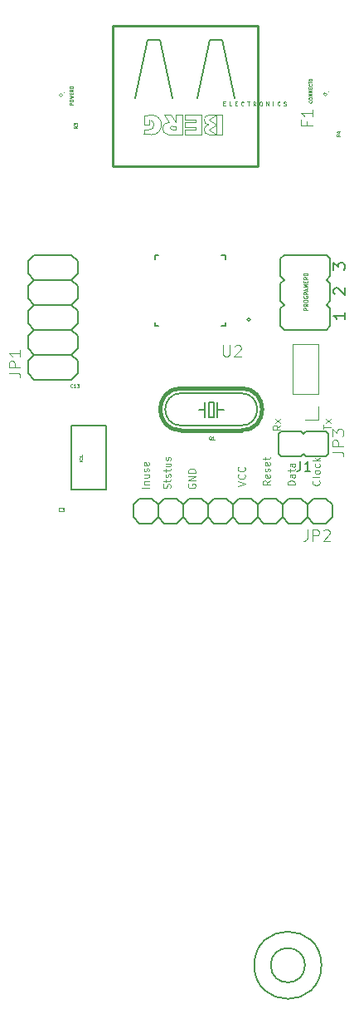
<source format=gbr>
%TF.GenerationSoftware,KiCad,Pcbnew,7.0.9*%
%TF.CreationDate,2024-03-16T10:18:14+00:00*%
%TF.ProjectId,wmk,776d6b2e-6b69-4636-9164-5f7063625858,rev?*%
%TF.SameCoordinates,Original*%
%TF.FileFunction,Legend,Top*%
%TF.FilePolarity,Positive*%
%FSLAX46Y46*%
G04 Gerber Fmt 4.6, Leading zero omitted, Abs format (unit mm)*
G04 Created by KiCad (PCBNEW 7.0.9) date 2024-03-16 10:18:14*
%MOMM*%
%LPD*%
G01*
G04 APERTURE LIST*
%ADD10C,0.065024*%
%ADD11C,0.114300*%
%ADD12C,0.098425*%
%ADD13C,0.127000*%
%ADD14C,0.083185*%
%ADD15C,0.032512*%
%ADD16C,0.093472*%
%ADD17C,0.150000*%
%ADD18C,0.084138*%
%ADD19C,0.152400*%
%ADD20C,0.254000*%
%ADD21C,0.050800*%
%ADD22C,0.203200*%
%ADD23C,0.063400*%
%ADD24C,0.125000*%
%ADD25C,0.120000*%
%ADD26C,0.200000*%
%ADD27C,0.406400*%
G04 APERTURE END LIST*
D10*
X162196088Y-100141679D02*
X162231697Y-100177287D01*
X162231697Y-100177287D02*
X162267305Y-100284113D01*
X162267305Y-100284113D02*
X162267305Y-100355329D01*
X162267305Y-100355329D02*
X162231697Y-100462154D01*
X162231697Y-100462154D02*
X162160480Y-100533371D01*
X162160480Y-100533371D02*
X162089263Y-100568980D01*
X162089263Y-100568980D02*
X161946829Y-100604588D01*
X161946829Y-100604588D02*
X161840004Y-100604588D01*
X161840004Y-100604588D02*
X161697571Y-100568980D01*
X161697571Y-100568980D02*
X161626354Y-100533371D01*
X161626354Y-100533371D02*
X161555137Y-100462154D01*
X161555137Y-100462154D02*
X161519529Y-100355329D01*
X161519529Y-100355329D02*
X161519529Y-100284113D01*
X161519529Y-100284113D02*
X161555137Y-100177287D01*
X161555137Y-100177287D02*
X161590746Y-100141679D01*
X162267305Y-99714378D02*
X162231697Y-99785595D01*
X162231697Y-99785595D02*
X162160480Y-99821204D01*
X162160480Y-99821204D02*
X161519529Y-99821204D01*
X162267305Y-99322686D02*
X162231697Y-99393903D01*
X162231697Y-99393903D02*
X162196088Y-99429512D01*
X162196088Y-99429512D02*
X162124871Y-99465120D01*
X162124871Y-99465120D02*
X161911221Y-99465120D01*
X161911221Y-99465120D02*
X161840004Y-99429512D01*
X161840004Y-99429512D02*
X161804396Y-99393903D01*
X161804396Y-99393903D02*
X161768788Y-99322686D01*
X161768788Y-99322686D02*
X161768788Y-99215861D01*
X161768788Y-99215861D02*
X161804396Y-99144645D01*
X161804396Y-99144645D02*
X161840004Y-99109036D01*
X161840004Y-99109036D02*
X161911221Y-99073428D01*
X161911221Y-99073428D02*
X162124871Y-99073428D01*
X162124871Y-99073428D02*
X162196088Y-99109036D01*
X162196088Y-99109036D02*
X162231697Y-99144645D01*
X162231697Y-99144645D02*
X162267305Y-99215861D01*
X162267305Y-99215861D02*
X162267305Y-99322686D01*
X162231697Y-98432477D02*
X162267305Y-98503694D01*
X162267305Y-98503694D02*
X162267305Y-98646127D01*
X162267305Y-98646127D02*
X162231697Y-98717344D01*
X162231697Y-98717344D02*
X162196088Y-98752953D01*
X162196088Y-98752953D02*
X162124871Y-98788561D01*
X162124871Y-98788561D02*
X161911221Y-98788561D01*
X161911221Y-98788561D02*
X161840004Y-98752953D01*
X161840004Y-98752953D02*
X161804396Y-98717344D01*
X161804396Y-98717344D02*
X161768788Y-98646127D01*
X161768788Y-98646127D02*
X161768788Y-98503694D01*
X161768788Y-98503694D02*
X161804396Y-98432477D01*
X162267305Y-98112002D02*
X161519529Y-98112002D01*
X161982438Y-98040785D02*
X162267305Y-97827135D01*
X161768788Y-97827135D02*
X162053655Y-98112002D01*
X146991697Y-100922088D02*
X147027305Y-100815263D01*
X147027305Y-100815263D02*
X147027305Y-100637221D01*
X147027305Y-100637221D02*
X146991697Y-100566004D01*
X146991697Y-100566004D02*
X146956088Y-100530396D01*
X146956088Y-100530396D02*
X146884871Y-100494787D01*
X146884871Y-100494787D02*
X146813655Y-100494787D01*
X146813655Y-100494787D02*
X146742438Y-100530396D01*
X146742438Y-100530396D02*
X146706829Y-100566004D01*
X146706829Y-100566004D02*
X146671221Y-100637221D01*
X146671221Y-100637221D02*
X146635613Y-100779654D01*
X146635613Y-100779654D02*
X146600004Y-100850871D01*
X146600004Y-100850871D02*
X146564396Y-100886480D01*
X146564396Y-100886480D02*
X146493179Y-100922088D01*
X146493179Y-100922088D02*
X146421962Y-100922088D01*
X146421962Y-100922088D02*
X146350746Y-100886480D01*
X146350746Y-100886480D02*
X146315137Y-100850871D01*
X146315137Y-100850871D02*
X146279529Y-100779654D01*
X146279529Y-100779654D02*
X146279529Y-100601613D01*
X146279529Y-100601613D02*
X146315137Y-100494787D01*
X146528788Y-100281137D02*
X146528788Y-99996270D01*
X146279529Y-100174312D02*
X146920480Y-100174312D01*
X146920480Y-100174312D02*
X146991697Y-100138703D01*
X146991697Y-100138703D02*
X147027305Y-100067486D01*
X147027305Y-100067486D02*
X147027305Y-99996270D01*
X146991697Y-99782619D02*
X147027305Y-99711402D01*
X147027305Y-99711402D02*
X147027305Y-99568969D01*
X147027305Y-99568969D02*
X146991697Y-99497752D01*
X146991697Y-99497752D02*
X146920480Y-99462144D01*
X146920480Y-99462144D02*
X146884871Y-99462144D01*
X146884871Y-99462144D02*
X146813655Y-99497752D01*
X146813655Y-99497752D02*
X146778046Y-99568969D01*
X146778046Y-99568969D02*
X146778046Y-99675794D01*
X146778046Y-99675794D02*
X146742438Y-99747011D01*
X146742438Y-99747011D02*
X146671221Y-99782619D01*
X146671221Y-99782619D02*
X146635613Y-99782619D01*
X146635613Y-99782619D02*
X146564396Y-99747011D01*
X146564396Y-99747011D02*
X146528788Y-99675794D01*
X146528788Y-99675794D02*
X146528788Y-99568969D01*
X146528788Y-99568969D02*
X146564396Y-99497752D01*
X146528788Y-99248494D02*
X146528788Y-98963627D01*
X146279529Y-99141669D02*
X146920480Y-99141669D01*
X146920480Y-99141669D02*
X146991697Y-99106060D01*
X146991697Y-99106060D02*
X147027305Y-99034843D01*
X147027305Y-99034843D02*
X147027305Y-98963627D01*
X146528788Y-98393892D02*
X147027305Y-98393892D01*
X146528788Y-98714368D02*
X146920480Y-98714368D01*
X146920480Y-98714368D02*
X146991697Y-98678759D01*
X146991697Y-98678759D02*
X147027305Y-98607542D01*
X147027305Y-98607542D02*
X147027305Y-98500717D01*
X147027305Y-98500717D02*
X146991697Y-98429501D01*
X146991697Y-98429501D02*
X146956088Y-98393892D01*
X146991697Y-98073417D02*
X147027305Y-98002200D01*
X147027305Y-98002200D02*
X147027305Y-97859767D01*
X147027305Y-97859767D02*
X146991697Y-97788550D01*
X146991697Y-97788550D02*
X146920480Y-97752942D01*
X146920480Y-97752942D02*
X146884871Y-97752942D01*
X146884871Y-97752942D02*
X146813655Y-97788550D01*
X146813655Y-97788550D02*
X146778046Y-97859767D01*
X146778046Y-97859767D02*
X146778046Y-97966592D01*
X146778046Y-97966592D02*
X146742438Y-98037809D01*
X146742438Y-98037809D02*
X146671221Y-98073417D01*
X146671221Y-98073417D02*
X146635613Y-98073417D01*
X146635613Y-98073417D02*
X146564396Y-98037809D01*
X146564396Y-98037809D02*
X146528788Y-97966592D01*
X146528788Y-97966592D02*
X146528788Y-97859767D01*
X146528788Y-97859767D02*
X146564396Y-97788550D01*
X159727305Y-100568980D02*
X158979529Y-100568980D01*
X158979529Y-100568980D02*
X158979529Y-100390938D01*
X158979529Y-100390938D02*
X159015137Y-100284113D01*
X159015137Y-100284113D02*
X159086354Y-100212896D01*
X159086354Y-100212896D02*
X159157571Y-100177287D01*
X159157571Y-100177287D02*
X159300004Y-100141679D01*
X159300004Y-100141679D02*
X159406829Y-100141679D01*
X159406829Y-100141679D02*
X159549263Y-100177287D01*
X159549263Y-100177287D02*
X159620480Y-100212896D01*
X159620480Y-100212896D02*
X159691697Y-100284113D01*
X159691697Y-100284113D02*
X159727305Y-100390938D01*
X159727305Y-100390938D02*
X159727305Y-100568980D01*
X159727305Y-99500728D02*
X159335613Y-99500728D01*
X159335613Y-99500728D02*
X159264396Y-99536337D01*
X159264396Y-99536337D02*
X159228788Y-99607553D01*
X159228788Y-99607553D02*
X159228788Y-99749987D01*
X159228788Y-99749987D02*
X159264396Y-99821204D01*
X159691697Y-99500728D02*
X159727305Y-99571945D01*
X159727305Y-99571945D02*
X159727305Y-99749987D01*
X159727305Y-99749987D02*
X159691697Y-99821204D01*
X159691697Y-99821204D02*
X159620480Y-99856812D01*
X159620480Y-99856812D02*
X159549263Y-99856812D01*
X159549263Y-99856812D02*
X159478046Y-99821204D01*
X159478046Y-99821204D02*
X159442438Y-99749987D01*
X159442438Y-99749987D02*
X159442438Y-99571945D01*
X159442438Y-99571945D02*
X159406829Y-99500728D01*
X159228788Y-99251470D02*
X159228788Y-98966603D01*
X158979529Y-99144645D02*
X159620480Y-99144645D01*
X159620480Y-99144645D02*
X159691697Y-99109036D01*
X159691697Y-99109036D02*
X159727305Y-99037819D01*
X159727305Y-99037819D02*
X159727305Y-98966603D01*
X159727305Y-98396868D02*
X159335613Y-98396868D01*
X159335613Y-98396868D02*
X159264396Y-98432477D01*
X159264396Y-98432477D02*
X159228788Y-98503693D01*
X159228788Y-98503693D02*
X159228788Y-98646127D01*
X159228788Y-98646127D02*
X159264396Y-98717344D01*
X159691697Y-98396868D02*
X159727305Y-98468085D01*
X159727305Y-98468085D02*
X159727305Y-98646127D01*
X159727305Y-98646127D02*
X159691697Y-98717344D01*
X159691697Y-98717344D02*
X159620480Y-98752952D01*
X159620480Y-98752952D02*
X159549263Y-98752952D01*
X159549263Y-98752952D02*
X159478046Y-98717344D01*
X159478046Y-98717344D02*
X159442438Y-98646127D01*
X159442438Y-98646127D02*
X159442438Y-98468085D01*
X159442438Y-98468085D02*
X159406829Y-98396868D01*
X148855137Y-100494787D02*
X148819529Y-100566004D01*
X148819529Y-100566004D02*
X148819529Y-100672829D01*
X148819529Y-100672829D02*
X148855137Y-100779654D01*
X148855137Y-100779654D02*
X148926354Y-100850871D01*
X148926354Y-100850871D02*
X148997571Y-100886480D01*
X148997571Y-100886480D02*
X149140004Y-100922088D01*
X149140004Y-100922088D02*
X149246829Y-100922088D01*
X149246829Y-100922088D02*
X149389263Y-100886480D01*
X149389263Y-100886480D02*
X149460480Y-100850871D01*
X149460480Y-100850871D02*
X149531697Y-100779654D01*
X149531697Y-100779654D02*
X149567305Y-100672829D01*
X149567305Y-100672829D02*
X149567305Y-100601613D01*
X149567305Y-100601613D02*
X149531697Y-100494787D01*
X149531697Y-100494787D02*
X149496088Y-100459179D01*
X149496088Y-100459179D02*
X149246829Y-100459179D01*
X149246829Y-100459179D02*
X149246829Y-100601613D01*
X149567305Y-100138704D02*
X148819529Y-100138704D01*
X148819529Y-100138704D02*
X149567305Y-99711403D01*
X149567305Y-99711403D02*
X148819529Y-99711403D01*
X149567305Y-99355320D02*
X148819529Y-99355320D01*
X148819529Y-99355320D02*
X148819529Y-99177278D01*
X148819529Y-99177278D02*
X148855137Y-99070453D01*
X148855137Y-99070453D02*
X148926354Y-98999236D01*
X148926354Y-98999236D02*
X148997571Y-98963627D01*
X148997571Y-98963627D02*
X149140004Y-98928019D01*
X149140004Y-98928019D02*
X149246829Y-98928019D01*
X149246829Y-98928019D02*
X149389263Y-98963627D01*
X149389263Y-98963627D02*
X149460480Y-98999236D01*
X149460480Y-98999236D02*
X149531697Y-99070453D01*
X149531697Y-99070453D02*
X149567305Y-99177278D01*
X149567305Y-99177278D02*
X149567305Y-99355320D01*
X157187305Y-100141679D02*
X156831221Y-100390938D01*
X157187305Y-100568980D02*
X156439529Y-100568980D01*
X156439529Y-100568980D02*
X156439529Y-100284113D01*
X156439529Y-100284113D02*
X156475137Y-100212896D01*
X156475137Y-100212896D02*
X156510746Y-100177287D01*
X156510746Y-100177287D02*
X156581962Y-100141679D01*
X156581962Y-100141679D02*
X156688788Y-100141679D01*
X156688788Y-100141679D02*
X156760004Y-100177287D01*
X156760004Y-100177287D02*
X156795613Y-100212896D01*
X156795613Y-100212896D02*
X156831221Y-100284113D01*
X156831221Y-100284113D02*
X156831221Y-100568980D01*
X157151697Y-99536337D02*
X157187305Y-99607553D01*
X157187305Y-99607553D02*
X157187305Y-99749987D01*
X157187305Y-99749987D02*
X157151697Y-99821204D01*
X157151697Y-99821204D02*
X157080480Y-99856812D01*
X157080480Y-99856812D02*
X156795613Y-99856812D01*
X156795613Y-99856812D02*
X156724396Y-99821204D01*
X156724396Y-99821204D02*
X156688788Y-99749987D01*
X156688788Y-99749987D02*
X156688788Y-99607553D01*
X156688788Y-99607553D02*
X156724396Y-99536337D01*
X156724396Y-99536337D02*
X156795613Y-99500728D01*
X156795613Y-99500728D02*
X156866829Y-99500728D01*
X156866829Y-99500728D02*
X156938046Y-99856812D01*
X157151697Y-99215861D02*
X157187305Y-99144644D01*
X157187305Y-99144644D02*
X157187305Y-99002211D01*
X157187305Y-99002211D02*
X157151697Y-98930994D01*
X157151697Y-98930994D02*
X157080480Y-98895386D01*
X157080480Y-98895386D02*
X157044871Y-98895386D01*
X157044871Y-98895386D02*
X156973655Y-98930994D01*
X156973655Y-98930994D02*
X156938046Y-99002211D01*
X156938046Y-99002211D02*
X156938046Y-99109036D01*
X156938046Y-99109036D02*
X156902438Y-99180253D01*
X156902438Y-99180253D02*
X156831221Y-99215861D01*
X156831221Y-99215861D02*
X156795613Y-99215861D01*
X156795613Y-99215861D02*
X156724396Y-99180253D01*
X156724396Y-99180253D02*
X156688788Y-99109036D01*
X156688788Y-99109036D02*
X156688788Y-99002211D01*
X156688788Y-99002211D02*
X156724396Y-98930994D01*
X157151697Y-98290044D02*
X157187305Y-98361260D01*
X157187305Y-98361260D02*
X157187305Y-98503694D01*
X157187305Y-98503694D02*
X157151697Y-98574911D01*
X157151697Y-98574911D02*
X157080480Y-98610519D01*
X157080480Y-98610519D02*
X156795613Y-98610519D01*
X156795613Y-98610519D02*
X156724396Y-98574911D01*
X156724396Y-98574911D02*
X156688788Y-98503694D01*
X156688788Y-98503694D02*
X156688788Y-98361260D01*
X156688788Y-98361260D02*
X156724396Y-98290044D01*
X156724396Y-98290044D02*
X156795613Y-98254435D01*
X156795613Y-98254435D02*
X156866829Y-98254435D01*
X156866829Y-98254435D02*
X156938046Y-98610519D01*
X156688788Y-98040785D02*
X156688788Y-97755918D01*
X156439529Y-97933960D02*
X157080480Y-97933960D01*
X157080480Y-97933960D02*
X157151697Y-97898351D01*
X157151697Y-97898351D02*
X157187305Y-97827134D01*
X157187305Y-97827134D02*
X157187305Y-97755918D01*
X144804805Y-100886480D02*
X144057029Y-100886480D01*
X144306288Y-100530396D02*
X144804805Y-100530396D01*
X144377504Y-100530396D02*
X144341896Y-100494787D01*
X144341896Y-100494787D02*
X144306288Y-100423570D01*
X144306288Y-100423570D02*
X144306288Y-100316745D01*
X144306288Y-100316745D02*
X144341896Y-100245529D01*
X144341896Y-100245529D02*
X144413113Y-100209920D01*
X144413113Y-100209920D02*
X144804805Y-100209920D01*
X144306288Y-99533361D02*
X144804805Y-99533361D01*
X144306288Y-99853837D02*
X144697980Y-99853837D01*
X144697980Y-99853837D02*
X144769197Y-99818228D01*
X144769197Y-99818228D02*
X144804805Y-99747011D01*
X144804805Y-99747011D02*
X144804805Y-99640186D01*
X144804805Y-99640186D02*
X144769197Y-99568970D01*
X144769197Y-99568970D02*
X144733588Y-99533361D01*
X144769197Y-99212886D02*
X144804805Y-99141669D01*
X144804805Y-99141669D02*
X144804805Y-98999236D01*
X144804805Y-98999236D02*
X144769197Y-98928019D01*
X144769197Y-98928019D02*
X144697980Y-98892411D01*
X144697980Y-98892411D02*
X144662371Y-98892411D01*
X144662371Y-98892411D02*
X144591155Y-98928019D01*
X144591155Y-98928019D02*
X144555546Y-98999236D01*
X144555546Y-98999236D02*
X144555546Y-99106061D01*
X144555546Y-99106061D02*
X144519938Y-99177278D01*
X144519938Y-99177278D02*
X144448721Y-99212886D01*
X144448721Y-99212886D02*
X144413113Y-99212886D01*
X144413113Y-99212886D02*
X144341896Y-99177278D01*
X144341896Y-99177278D02*
X144306288Y-99106061D01*
X144306288Y-99106061D02*
X144306288Y-98999236D01*
X144306288Y-98999236D02*
X144341896Y-98928019D01*
X144769197Y-98287069D02*
X144804805Y-98358285D01*
X144804805Y-98358285D02*
X144804805Y-98500719D01*
X144804805Y-98500719D02*
X144769197Y-98571936D01*
X144769197Y-98571936D02*
X144697980Y-98607544D01*
X144697980Y-98607544D02*
X144413113Y-98607544D01*
X144413113Y-98607544D02*
X144341896Y-98571936D01*
X144341896Y-98571936D02*
X144306288Y-98500719D01*
X144306288Y-98500719D02*
X144306288Y-98358285D01*
X144306288Y-98358285D02*
X144341896Y-98287069D01*
X144341896Y-98287069D02*
X144413113Y-98251460D01*
X144413113Y-98251460D02*
X144484329Y-98251460D01*
X144484329Y-98251460D02*
X144555546Y-98607544D01*
X162631729Y-94882005D02*
X162631729Y-94454704D01*
X163379505Y-94668354D02*
X162631729Y-94668354D01*
X163379505Y-94276662D02*
X162880988Y-93884970D01*
X162880988Y-94276662D02*
X163379505Y-93884970D01*
X153899529Y-100675805D02*
X154647305Y-100426546D01*
X154647305Y-100426546D02*
X153899529Y-100177287D01*
X154576088Y-99500728D02*
X154611697Y-99536336D01*
X154611697Y-99536336D02*
X154647305Y-99643162D01*
X154647305Y-99643162D02*
X154647305Y-99714378D01*
X154647305Y-99714378D02*
X154611697Y-99821203D01*
X154611697Y-99821203D02*
X154540480Y-99892420D01*
X154540480Y-99892420D02*
X154469263Y-99928029D01*
X154469263Y-99928029D02*
X154326829Y-99963637D01*
X154326829Y-99963637D02*
X154220004Y-99963637D01*
X154220004Y-99963637D02*
X154077571Y-99928029D01*
X154077571Y-99928029D02*
X154006354Y-99892420D01*
X154006354Y-99892420D02*
X153935137Y-99821203D01*
X153935137Y-99821203D02*
X153899529Y-99714378D01*
X153899529Y-99714378D02*
X153899529Y-99643162D01*
X153899529Y-99643162D02*
X153935137Y-99536336D01*
X153935137Y-99536336D02*
X153970746Y-99500728D01*
X154576088Y-98752952D02*
X154611697Y-98788560D01*
X154611697Y-98788560D02*
X154647305Y-98895386D01*
X154647305Y-98895386D02*
X154647305Y-98966602D01*
X154647305Y-98966602D02*
X154611697Y-99073427D01*
X154611697Y-99073427D02*
X154540480Y-99144644D01*
X154540480Y-99144644D02*
X154469263Y-99180253D01*
X154469263Y-99180253D02*
X154326829Y-99215861D01*
X154326829Y-99215861D02*
X154220004Y-99215861D01*
X154220004Y-99215861D02*
X154077571Y-99180253D01*
X154077571Y-99180253D02*
X154006354Y-99144644D01*
X154006354Y-99144644D02*
X153935137Y-99073427D01*
X153935137Y-99073427D02*
X153899529Y-98966602D01*
X153899529Y-98966602D02*
X153899529Y-98895386D01*
X153899529Y-98895386D02*
X153935137Y-98788560D01*
X153935137Y-98788560D02*
X153970746Y-98752952D01*
X158248705Y-94500279D02*
X157892621Y-94749538D01*
X158248705Y-94927580D02*
X157500929Y-94927580D01*
X157500929Y-94927580D02*
X157500929Y-94642713D01*
X157500929Y-94642713D02*
X157536537Y-94571496D01*
X157536537Y-94571496D02*
X157572146Y-94535887D01*
X157572146Y-94535887D02*
X157643362Y-94500279D01*
X157643362Y-94500279D02*
X157750188Y-94500279D01*
X157750188Y-94500279D02*
X157821404Y-94535887D01*
X157821404Y-94535887D02*
X157857013Y-94571496D01*
X157857013Y-94571496D02*
X157892621Y-94642713D01*
X157892621Y-94642713D02*
X157892621Y-94927580D01*
X158248705Y-94251020D02*
X157750188Y-93859328D01*
X157750188Y-94251020D02*
X158248705Y-93859328D01*
D11*
X163542920Y-97211036D02*
X164368420Y-97211036D01*
X164368420Y-97211036D02*
X164533520Y-97266069D01*
X164533520Y-97266069D02*
X164643587Y-97376136D01*
X164643587Y-97376136D02*
X164698620Y-97541236D01*
X164698620Y-97541236D02*
X164698620Y-97651303D01*
X164698620Y-96660703D02*
X163542920Y-96660703D01*
X163542920Y-96660703D02*
X163542920Y-96220436D01*
X163542920Y-96220436D02*
X163597953Y-96110370D01*
X163597953Y-96110370D02*
X163652987Y-96055336D01*
X163652987Y-96055336D02*
X163763053Y-96000303D01*
X163763053Y-96000303D02*
X163928153Y-96000303D01*
X163928153Y-96000303D02*
X164038220Y-96055336D01*
X164038220Y-96055336D02*
X164093253Y-96110370D01*
X164093253Y-96110370D02*
X164148287Y-96220436D01*
X164148287Y-96220436D02*
X164148287Y-96660703D01*
X163542920Y-95615070D02*
X163542920Y-94899636D01*
X163542920Y-94899636D02*
X163983187Y-95284870D01*
X163983187Y-95284870D02*
X163983187Y-95119770D01*
X163983187Y-95119770D02*
X164038220Y-95009703D01*
X164038220Y-95009703D02*
X164093253Y-94954670D01*
X164093253Y-94954670D02*
X164203320Y-94899636D01*
X164203320Y-94899636D02*
X164478487Y-94899636D01*
X164478487Y-94899636D02*
X164588553Y-94954670D01*
X164588553Y-94954670D02*
X164643587Y-95009703D01*
X164643587Y-95009703D02*
X164698620Y-95119770D01*
X164698620Y-95119770D02*
X164698620Y-95449970D01*
X164698620Y-95449970D02*
X164643587Y-95560036D01*
X164643587Y-95560036D02*
X164588553Y-95615070D01*
D12*
X161009899Y-82753608D02*
X160616199Y-82753608D01*
X160616199Y-82753608D02*
X160616199Y-82603627D01*
X160616199Y-82603627D02*
X160634947Y-82566132D01*
X160634947Y-82566132D02*
X160653694Y-82547385D01*
X160653694Y-82547385D02*
X160691190Y-82528637D01*
X160691190Y-82528637D02*
X160747432Y-82528637D01*
X160747432Y-82528637D02*
X160784928Y-82547385D01*
X160784928Y-82547385D02*
X160803675Y-82566132D01*
X160803675Y-82566132D02*
X160822423Y-82603627D01*
X160822423Y-82603627D02*
X160822423Y-82753608D01*
X161009899Y-82134937D02*
X160822423Y-82266170D01*
X161009899Y-82359908D02*
X160616199Y-82359908D01*
X160616199Y-82359908D02*
X160616199Y-82209927D01*
X160616199Y-82209927D02*
X160634947Y-82172432D01*
X160634947Y-82172432D02*
X160653694Y-82153685D01*
X160653694Y-82153685D02*
X160691190Y-82134937D01*
X160691190Y-82134937D02*
X160747432Y-82134937D01*
X160747432Y-82134937D02*
X160784928Y-82153685D01*
X160784928Y-82153685D02*
X160803675Y-82172432D01*
X160803675Y-82172432D02*
X160822423Y-82209927D01*
X160822423Y-82209927D02*
X160822423Y-82359908D01*
X160616199Y-81891218D02*
X160616199Y-81816227D01*
X160616199Y-81816227D02*
X160634947Y-81778732D01*
X160634947Y-81778732D02*
X160672442Y-81741237D01*
X160672442Y-81741237D02*
X160747432Y-81722489D01*
X160747432Y-81722489D02*
X160878666Y-81722489D01*
X160878666Y-81722489D02*
X160953656Y-81741237D01*
X160953656Y-81741237D02*
X160991152Y-81778732D01*
X160991152Y-81778732D02*
X161009899Y-81816227D01*
X161009899Y-81816227D02*
X161009899Y-81891218D01*
X161009899Y-81891218D02*
X160991152Y-81928713D01*
X160991152Y-81928713D02*
X160953656Y-81966208D01*
X160953656Y-81966208D02*
X160878666Y-81984956D01*
X160878666Y-81984956D02*
X160747432Y-81984956D01*
X160747432Y-81984956D02*
X160672442Y-81966208D01*
X160672442Y-81966208D02*
X160634947Y-81928713D01*
X160634947Y-81928713D02*
X160616199Y-81891218D01*
X160634947Y-81347537D02*
X160616199Y-81385032D01*
X160616199Y-81385032D02*
X160616199Y-81441275D01*
X160616199Y-81441275D02*
X160634947Y-81497518D01*
X160634947Y-81497518D02*
X160672442Y-81535013D01*
X160672442Y-81535013D02*
X160709937Y-81553760D01*
X160709937Y-81553760D02*
X160784928Y-81572508D01*
X160784928Y-81572508D02*
X160841171Y-81572508D01*
X160841171Y-81572508D02*
X160916161Y-81553760D01*
X160916161Y-81553760D02*
X160953656Y-81535013D01*
X160953656Y-81535013D02*
X160991152Y-81497518D01*
X160991152Y-81497518D02*
X161009899Y-81441275D01*
X161009899Y-81441275D02*
X161009899Y-81403779D01*
X161009899Y-81403779D02*
X160991152Y-81347537D01*
X160991152Y-81347537D02*
X160972404Y-81328789D01*
X160972404Y-81328789D02*
X160841171Y-81328789D01*
X160841171Y-81328789D02*
X160841171Y-81403779D01*
X161009899Y-80935089D02*
X160822423Y-81066322D01*
X161009899Y-81160060D02*
X160616199Y-81160060D01*
X160616199Y-81160060D02*
X160616199Y-81010079D01*
X160616199Y-81010079D02*
X160634947Y-80972584D01*
X160634947Y-80972584D02*
X160653694Y-80953837D01*
X160653694Y-80953837D02*
X160691190Y-80935089D01*
X160691190Y-80935089D02*
X160747432Y-80935089D01*
X160747432Y-80935089D02*
X160784928Y-80953837D01*
X160784928Y-80953837D02*
X160803675Y-80972584D01*
X160803675Y-80972584D02*
X160822423Y-81010079D01*
X160822423Y-81010079D02*
X160822423Y-81160060D01*
X160897413Y-80785108D02*
X160897413Y-80597632D01*
X161009899Y-80822603D02*
X160616199Y-80691370D01*
X160616199Y-80691370D02*
X161009899Y-80560137D01*
X161009899Y-80428903D02*
X160616199Y-80428903D01*
X160616199Y-80428903D02*
X160897413Y-80297670D01*
X160897413Y-80297670D02*
X160616199Y-80166437D01*
X160616199Y-80166437D02*
X161009899Y-80166437D01*
X160803675Y-79978960D02*
X160803675Y-79847727D01*
X161009899Y-79791484D02*
X161009899Y-79978960D01*
X161009899Y-79978960D02*
X160616199Y-79978960D01*
X160616199Y-79978960D02*
X160616199Y-79791484D01*
X161009899Y-79397784D02*
X160822423Y-79529017D01*
X161009899Y-79622755D02*
X160616199Y-79622755D01*
X160616199Y-79622755D02*
X160616199Y-79472774D01*
X160616199Y-79472774D02*
X160634947Y-79435279D01*
X160634947Y-79435279D02*
X160653694Y-79416532D01*
X160653694Y-79416532D02*
X160691190Y-79397784D01*
X160691190Y-79397784D02*
X160747432Y-79397784D01*
X160747432Y-79397784D02*
X160784928Y-79416532D01*
X160784928Y-79416532D02*
X160803675Y-79435279D01*
X160803675Y-79435279D02*
X160822423Y-79472774D01*
X160822423Y-79472774D02*
X160822423Y-79622755D01*
X160616199Y-79154065D02*
X160616199Y-79116570D01*
X160616199Y-79116570D02*
X160634947Y-79079074D01*
X160634947Y-79079074D02*
X160653694Y-79060327D01*
X160653694Y-79060327D02*
X160691190Y-79041579D01*
X160691190Y-79041579D02*
X160766180Y-79022832D01*
X160766180Y-79022832D02*
X160859918Y-79022832D01*
X160859918Y-79022832D02*
X160934909Y-79041579D01*
X160934909Y-79041579D02*
X160972404Y-79060327D01*
X160972404Y-79060327D02*
X160991152Y-79079074D01*
X160991152Y-79079074D02*
X161009899Y-79116570D01*
X161009899Y-79116570D02*
X161009899Y-79154065D01*
X161009899Y-79154065D02*
X160991152Y-79191560D01*
X160991152Y-79191560D02*
X160972404Y-79210308D01*
X160972404Y-79210308D02*
X160934909Y-79229055D01*
X160934909Y-79229055D02*
X160859918Y-79247803D01*
X160859918Y-79247803D02*
X160766180Y-79247803D01*
X160766180Y-79247803D02*
X160691190Y-79229055D01*
X160691190Y-79229055D02*
X160653694Y-79210308D01*
X160653694Y-79210308D02*
X160634947Y-79191560D01*
X160634947Y-79191560D02*
X160616199Y-79154065D01*
D13*
X164815614Y-83037190D02*
X164815614Y-83690333D01*
X164815614Y-83363762D02*
X163672614Y-83363762D01*
X163672614Y-83363762D02*
X163835900Y-83472619D01*
X163835900Y-83472619D02*
X163944757Y-83581476D01*
X163944757Y-83581476D02*
X163999186Y-83690333D01*
X163781471Y-81150333D02*
X163727043Y-81095905D01*
X163727043Y-81095905D02*
X163672614Y-80987048D01*
X163672614Y-80987048D02*
X163672614Y-80714905D01*
X163672614Y-80714905D02*
X163727043Y-80606048D01*
X163727043Y-80606048D02*
X163781471Y-80551619D01*
X163781471Y-80551619D02*
X163890328Y-80497190D01*
X163890328Y-80497190D02*
X163999186Y-80497190D01*
X163999186Y-80497190D02*
X164162471Y-80551619D01*
X164162471Y-80551619D02*
X164815614Y-81204762D01*
X164815614Y-81204762D02*
X164815614Y-80497190D01*
X163672614Y-78664762D02*
X163672614Y-77957190D01*
X163672614Y-77957190D02*
X164108043Y-78338190D01*
X164108043Y-78338190D02*
X164108043Y-78174905D01*
X164108043Y-78174905D02*
X164162471Y-78066048D01*
X164162471Y-78066048D02*
X164216900Y-78011619D01*
X164216900Y-78011619D02*
X164325757Y-77957190D01*
X164325757Y-77957190D02*
X164597900Y-77957190D01*
X164597900Y-77957190D02*
X164706757Y-78011619D01*
X164706757Y-78011619D02*
X164761186Y-78066048D01*
X164761186Y-78066048D02*
X164815614Y-78174905D01*
X164815614Y-78174905D02*
X164815614Y-78501476D01*
X164815614Y-78501476D02*
X164761186Y-78610333D01*
X164761186Y-78610333D02*
X164706757Y-78664762D01*
D14*
X137011704Y-90608669D02*
X136995860Y-90624514D01*
X136995860Y-90624514D02*
X136948325Y-90640358D01*
X136948325Y-90640358D02*
X136916636Y-90640358D01*
X136916636Y-90640358D02*
X136869102Y-90624514D01*
X136869102Y-90624514D02*
X136837412Y-90592824D01*
X136837412Y-90592824D02*
X136821567Y-90561134D01*
X136821567Y-90561134D02*
X136805723Y-90497755D01*
X136805723Y-90497755D02*
X136805723Y-90450221D01*
X136805723Y-90450221D02*
X136821567Y-90386842D01*
X136821567Y-90386842D02*
X136837412Y-90355153D01*
X136837412Y-90355153D02*
X136869102Y-90323463D01*
X136869102Y-90323463D02*
X136916636Y-90307618D01*
X136916636Y-90307618D02*
X136948325Y-90307618D01*
X136948325Y-90307618D02*
X136995860Y-90323463D01*
X136995860Y-90323463D02*
X137011704Y-90339308D01*
X137328600Y-90640358D02*
X137138463Y-90640358D01*
X137233531Y-90640358D02*
X137233531Y-90307618D01*
X137233531Y-90307618D02*
X137201842Y-90355153D01*
X137201842Y-90355153D02*
X137170152Y-90386842D01*
X137170152Y-90386842D02*
X137138463Y-90402687D01*
X137439513Y-90307618D02*
X137645495Y-90307618D01*
X137645495Y-90307618D02*
X137534581Y-90434376D01*
X137534581Y-90434376D02*
X137582116Y-90434376D01*
X137582116Y-90434376D02*
X137613805Y-90450221D01*
X137613805Y-90450221D02*
X137629650Y-90466066D01*
X137629650Y-90466066D02*
X137645495Y-90497755D01*
X137645495Y-90497755D02*
X137645495Y-90576979D01*
X137645495Y-90576979D02*
X137629650Y-90608669D01*
X137629650Y-90608669D02*
X137613805Y-90624514D01*
X137613805Y-90624514D02*
X137582116Y-90640358D01*
X137582116Y-90640358D02*
X137487047Y-90640358D01*
X137487047Y-90640358D02*
X137455358Y-90624514D01*
X137455358Y-90624514D02*
X137439513Y-90608669D01*
D15*
X152421509Y-61720307D02*
X152546139Y-61720307D01*
X152599551Y-61916153D02*
X152421509Y-61916153D01*
X152421509Y-61916153D02*
X152421509Y-61542265D01*
X152421509Y-61542265D02*
X152599551Y-61542265D01*
X153222698Y-61916153D02*
X153044656Y-61916153D01*
X153044656Y-61916153D02*
X153044656Y-61542265D01*
X153632194Y-61720307D02*
X153756824Y-61720307D01*
X153810236Y-61916153D02*
X153632194Y-61916153D01*
X153632194Y-61916153D02*
X153632194Y-61542265D01*
X153632194Y-61542265D02*
X153810236Y-61542265D01*
X154468992Y-61880544D02*
X154451188Y-61898349D01*
X154451188Y-61898349D02*
X154397775Y-61916153D01*
X154397775Y-61916153D02*
X154362167Y-61916153D01*
X154362167Y-61916153D02*
X154308754Y-61898349D01*
X154308754Y-61898349D02*
X154273146Y-61862740D01*
X154273146Y-61862740D02*
X154255341Y-61827132D01*
X154255341Y-61827132D02*
X154237537Y-61755915D01*
X154237537Y-61755915D02*
X154237537Y-61702502D01*
X154237537Y-61702502D02*
X154255341Y-61631286D01*
X154255341Y-61631286D02*
X154273146Y-61595677D01*
X154273146Y-61595677D02*
X154308754Y-61560069D01*
X154308754Y-61560069D02*
X154362167Y-61542265D01*
X154362167Y-61542265D02*
X154397775Y-61542265D01*
X154397775Y-61542265D02*
X154451188Y-61560069D01*
X154451188Y-61560069D02*
X154468992Y-61577873D01*
X154860684Y-61542265D02*
X155074334Y-61542265D01*
X154967509Y-61916153D02*
X154967509Y-61542265D01*
X155697481Y-61916153D02*
X155572851Y-61738111D01*
X155483830Y-61916153D02*
X155483830Y-61542265D01*
X155483830Y-61542265D02*
X155626264Y-61542265D01*
X155626264Y-61542265D02*
X155661872Y-61560069D01*
X155661872Y-61560069D02*
X155679677Y-61577873D01*
X155679677Y-61577873D02*
X155697481Y-61613481D01*
X155697481Y-61613481D02*
X155697481Y-61666894D01*
X155697481Y-61666894D02*
X155679677Y-61702502D01*
X155679677Y-61702502D02*
X155661872Y-61720307D01*
X155661872Y-61720307D02*
X155626264Y-61738111D01*
X155626264Y-61738111D02*
X155483830Y-61738111D01*
X156213802Y-61542265D02*
X156285019Y-61542265D01*
X156285019Y-61542265D02*
X156320627Y-61560069D01*
X156320627Y-61560069D02*
X156356236Y-61595677D01*
X156356236Y-61595677D02*
X156374040Y-61666894D01*
X156374040Y-61666894D02*
X156374040Y-61791523D01*
X156374040Y-61791523D02*
X156356236Y-61862740D01*
X156356236Y-61862740D02*
X156320627Y-61898349D01*
X156320627Y-61898349D02*
X156285019Y-61916153D01*
X156285019Y-61916153D02*
X156213802Y-61916153D01*
X156213802Y-61916153D02*
X156178194Y-61898349D01*
X156178194Y-61898349D02*
X156142585Y-61862740D01*
X156142585Y-61862740D02*
X156124781Y-61791523D01*
X156124781Y-61791523D02*
X156124781Y-61666894D01*
X156124781Y-61666894D02*
X156142585Y-61595677D01*
X156142585Y-61595677D02*
X156178194Y-61560069D01*
X156178194Y-61560069D02*
X156213802Y-61542265D01*
X156819144Y-61916153D02*
X156819144Y-61542265D01*
X156819144Y-61542265D02*
X157032795Y-61916153D01*
X157032795Y-61916153D02*
X157032795Y-61542265D01*
X157495703Y-61916153D02*
X157495703Y-61542265D01*
X158172263Y-61880544D02*
X158154459Y-61898349D01*
X158154459Y-61898349D02*
X158101046Y-61916153D01*
X158101046Y-61916153D02*
X158065438Y-61916153D01*
X158065438Y-61916153D02*
X158012025Y-61898349D01*
X158012025Y-61898349D02*
X157976417Y-61862740D01*
X157976417Y-61862740D02*
X157958612Y-61827132D01*
X157958612Y-61827132D02*
X157940808Y-61755915D01*
X157940808Y-61755915D02*
X157940808Y-61702502D01*
X157940808Y-61702502D02*
X157958612Y-61631286D01*
X157958612Y-61631286D02*
X157976417Y-61595677D01*
X157976417Y-61595677D02*
X158012025Y-61560069D01*
X158012025Y-61560069D02*
X158065438Y-61542265D01*
X158065438Y-61542265D02*
X158101046Y-61542265D01*
X158101046Y-61542265D02*
X158154459Y-61560069D01*
X158154459Y-61560069D02*
X158172263Y-61577873D01*
X158599563Y-61898349D02*
X158652976Y-61916153D01*
X158652976Y-61916153D02*
X158741997Y-61916153D01*
X158741997Y-61916153D02*
X158777605Y-61898349D01*
X158777605Y-61898349D02*
X158795409Y-61880544D01*
X158795409Y-61880544D02*
X158813214Y-61844936D01*
X158813214Y-61844936D02*
X158813214Y-61809328D01*
X158813214Y-61809328D02*
X158795409Y-61773719D01*
X158795409Y-61773719D02*
X158777605Y-61755915D01*
X158777605Y-61755915D02*
X158741997Y-61738111D01*
X158741997Y-61738111D02*
X158670780Y-61720307D01*
X158670780Y-61720307D02*
X158635172Y-61702502D01*
X158635172Y-61702502D02*
X158617367Y-61684698D01*
X158617367Y-61684698D02*
X158599563Y-61649090D01*
X158599563Y-61649090D02*
X158599563Y-61613481D01*
X158599563Y-61613481D02*
X158617367Y-61577873D01*
X158617367Y-61577873D02*
X158635172Y-61560069D01*
X158635172Y-61560069D02*
X158670780Y-61542265D01*
X158670780Y-61542265D02*
X158759801Y-61542265D01*
X158759801Y-61542265D02*
X158813214Y-61560069D01*
D16*
X160890815Y-63560248D02*
X160890815Y-63952424D01*
X161507092Y-63952424D02*
X160330564Y-63952424D01*
X160330564Y-63952424D02*
X160330564Y-63392172D01*
X161507092Y-62327694D02*
X161507092Y-62999996D01*
X161507092Y-62663845D02*
X160330564Y-62663845D01*
X160330564Y-62663845D02*
X160498639Y-62775895D01*
X160498639Y-62775895D02*
X160610689Y-62887946D01*
X160610689Y-62887946D02*
X160666715Y-62999996D01*
D14*
X135793486Y-103224564D02*
X135777642Y-103240409D01*
X135777642Y-103240409D02*
X135730107Y-103256253D01*
X135730107Y-103256253D02*
X135698418Y-103256253D01*
X135698418Y-103256253D02*
X135650884Y-103240409D01*
X135650884Y-103240409D02*
X135619194Y-103208719D01*
X135619194Y-103208719D02*
X135603349Y-103177029D01*
X135603349Y-103177029D02*
X135587505Y-103113650D01*
X135587505Y-103113650D02*
X135587505Y-103066116D01*
X135587505Y-103066116D02*
X135603349Y-103002737D01*
X135603349Y-103002737D02*
X135619194Y-102971048D01*
X135619194Y-102971048D02*
X135650884Y-102939358D01*
X135650884Y-102939358D02*
X135698418Y-102923513D01*
X135698418Y-102923513D02*
X135730107Y-102923513D01*
X135730107Y-102923513D02*
X135777642Y-102939358D01*
X135777642Y-102939358D02*
X135793486Y-102955203D01*
X135904400Y-102923513D02*
X136110382Y-102923513D01*
X136110382Y-102923513D02*
X135999468Y-103050271D01*
X135999468Y-103050271D02*
X136047003Y-103050271D01*
X136047003Y-103050271D02*
X136078692Y-103066116D01*
X136078692Y-103066116D02*
X136094537Y-103081961D01*
X136094537Y-103081961D02*
X136110382Y-103113650D01*
X136110382Y-103113650D02*
X136110382Y-103192874D01*
X136110382Y-103192874D02*
X136094537Y-103224564D01*
X136094537Y-103224564D02*
X136078692Y-103240409D01*
X136078692Y-103240409D02*
X136047003Y-103256253D01*
X136047003Y-103256253D02*
X135951934Y-103256253D01*
X135951934Y-103256253D02*
X135920245Y-103240409D01*
X135920245Y-103240409D02*
X135904400Y-103224564D01*
X137074358Y-61850386D02*
X136741618Y-61850386D01*
X136741618Y-61850386D02*
X136741618Y-61723628D01*
X136741618Y-61723628D02*
X136757463Y-61691938D01*
X136757463Y-61691938D02*
X136773308Y-61676093D01*
X136773308Y-61676093D02*
X136804997Y-61660249D01*
X136804997Y-61660249D02*
X136852532Y-61660249D01*
X136852532Y-61660249D02*
X136884221Y-61676093D01*
X136884221Y-61676093D02*
X136900066Y-61691938D01*
X136900066Y-61691938D02*
X136915911Y-61723628D01*
X136915911Y-61723628D02*
X136915911Y-61850386D01*
X136741618Y-61454267D02*
X136741618Y-61390888D01*
X136741618Y-61390888D02*
X136757463Y-61359198D01*
X136757463Y-61359198D02*
X136789153Y-61327509D01*
X136789153Y-61327509D02*
X136852532Y-61311664D01*
X136852532Y-61311664D02*
X136963445Y-61311664D01*
X136963445Y-61311664D02*
X137026824Y-61327509D01*
X137026824Y-61327509D02*
X137058514Y-61359198D01*
X137058514Y-61359198D02*
X137074358Y-61390888D01*
X137074358Y-61390888D02*
X137074358Y-61454267D01*
X137074358Y-61454267D02*
X137058514Y-61485956D01*
X137058514Y-61485956D02*
X137026824Y-61517646D01*
X137026824Y-61517646D02*
X136963445Y-61533490D01*
X136963445Y-61533490D02*
X136852532Y-61533490D01*
X136852532Y-61533490D02*
X136789153Y-61517646D01*
X136789153Y-61517646D02*
X136757463Y-61485956D01*
X136757463Y-61485956D02*
X136741618Y-61454267D01*
X136741618Y-61200750D02*
X137074358Y-61121526D01*
X137074358Y-61121526D02*
X136836687Y-61058147D01*
X136836687Y-61058147D02*
X137074358Y-60994768D01*
X137074358Y-60994768D02*
X136741618Y-60915545D01*
X136900066Y-60788787D02*
X136900066Y-60677873D01*
X137074358Y-60630339D02*
X137074358Y-60788787D01*
X137074358Y-60788787D02*
X136741618Y-60788787D01*
X136741618Y-60788787D02*
X136741618Y-60630339D01*
X137074358Y-60297600D02*
X136915911Y-60408513D01*
X137074358Y-60487737D02*
X136741618Y-60487737D01*
X136741618Y-60487737D02*
X136741618Y-60360979D01*
X136741618Y-60360979D02*
X136757463Y-60329289D01*
X136757463Y-60329289D02*
X136773308Y-60313444D01*
X136773308Y-60313444D02*
X136804997Y-60297600D01*
X136804997Y-60297600D02*
X136852532Y-60297600D01*
X136852532Y-60297600D02*
X136884221Y-60313444D01*
X136884221Y-60313444D02*
X136900066Y-60329289D01*
X136900066Y-60329289D02*
X136915911Y-60360979D01*
X136915911Y-60360979D02*
X136915911Y-60487737D01*
X136741618Y-60091618D02*
X136741618Y-60059928D01*
X136741618Y-60059928D02*
X136757463Y-60028239D01*
X136757463Y-60028239D02*
X136773308Y-60012394D01*
X136773308Y-60012394D02*
X136804997Y-59996549D01*
X136804997Y-59996549D02*
X136868376Y-59980704D01*
X136868376Y-59980704D02*
X136947600Y-59980704D01*
X136947600Y-59980704D02*
X137010979Y-59996549D01*
X137010979Y-59996549D02*
X137042669Y-60012394D01*
X137042669Y-60012394D02*
X137058514Y-60028239D01*
X137058514Y-60028239D02*
X137074358Y-60059928D01*
X137074358Y-60059928D02*
X137074358Y-60091618D01*
X137074358Y-60091618D02*
X137058514Y-60123307D01*
X137058514Y-60123307D02*
X137042669Y-60139152D01*
X137042669Y-60139152D02*
X137010979Y-60154997D01*
X137010979Y-60154997D02*
X136947600Y-60170841D01*
X136947600Y-60170841D02*
X136868376Y-60170841D01*
X136868376Y-60170841D02*
X136804997Y-60154997D01*
X136804997Y-60154997D02*
X136773308Y-60139152D01*
X136773308Y-60139152D02*
X136757463Y-60123307D01*
X136757463Y-60123307D02*
X136741618Y-60091618D01*
D17*
X160296266Y-98159219D02*
X160296266Y-98873504D01*
X160296266Y-98873504D02*
X160248647Y-99016361D01*
X160248647Y-99016361D02*
X160153409Y-99111600D01*
X160153409Y-99111600D02*
X160010552Y-99159219D01*
X160010552Y-99159219D02*
X159915314Y-99159219D01*
X161296266Y-99159219D02*
X160724838Y-99159219D01*
X161010552Y-99159219D02*
X161010552Y-98159219D01*
X161010552Y-98159219D02*
X160915314Y-98302076D01*
X160915314Y-98302076D02*
X160820076Y-98397314D01*
X160820076Y-98397314D02*
X160724838Y-98444933D01*
D14*
X137505053Y-64041913D02*
X137346606Y-64152826D01*
X137505053Y-64232050D02*
X137172313Y-64232050D01*
X137172313Y-64232050D02*
X137172313Y-64105292D01*
X137172313Y-64105292D02*
X137188158Y-64073602D01*
X137188158Y-64073602D02*
X137204003Y-64057757D01*
X137204003Y-64057757D02*
X137235692Y-64041913D01*
X137235692Y-64041913D02*
X137283227Y-64041913D01*
X137283227Y-64041913D02*
X137314916Y-64057757D01*
X137314916Y-64057757D02*
X137330761Y-64073602D01*
X137330761Y-64073602D02*
X137346606Y-64105292D01*
X137346606Y-64105292D02*
X137346606Y-64232050D01*
X137172313Y-63930999D02*
X137172313Y-63725017D01*
X137172313Y-63725017D02*
X137299071Y-63835931D01*
X137299071Y-63835931D02*
X137299071Y-63788396D01*
X137299071Y-63788396D02*
X137314916Y-63756707D01*
X137314916Y-63756707D02*
X137330761Y-63740862D01*
X137330761Y-63740862D02*
X137362450Y-63725017D01*
X137362450Y-63725017D02*
X137441674Y-63725017D01*
X137441674Y-63725017D02*
X137473364Y-63740862D01*
X137473364Y-63740862D02*
X137489209Y-63756707D01*
X137489209Y-63756707D02*
X137505053Y-63788396D01*
X137505053Y-63788396D02*
X137505053Y-63883465D01*
X137505053Y-63883465D02*
X137489209Y-63915154D01*
X137489209Y-63915154D02*
X137473364Y-63930999D01*
D16*
X152392775Y-86338464D02*
X152392775Y-87290891D01*
X152392775Y-87290891D02*
X152448800Y-87402941D01*
X152448800Y-87402941D02*
X152504826Y-87458967D01*
X152504826Y-87458967D02*
X152616876Y-87514992D01*
X152616876Y-87514992D02*
X152840976Y-87514992D01*
X152840976Y-87514992D02*
X152953027Y-87458967D01*
X152953027Y-87458967D02*
X153009052Y-87402941D01*
X153009052Y-87402941D02*
X153065077Y-87290891D01*
X153065077Y-87290891D02*
X153065077Y-86338464D01*
X153569303Y-86450514D02*
X153625328Y-86394489D01*
X153625328Y-86394489D02*
X153737379Y-86338464D01*
X153737379Y-86338464D02*
X154017504Y-86338464D01*
X154017504Y-86338464D02*
X154129555Y-86394489D01*
X154129555Y-86394489D02*
X154185580Y-86450514D01*
X154185580Y-86450514D02*
X154241605Y-86562564D01*
X154241605Y-86562564D02*
X154241605Y-86674615D01*
X154241605Y-86674615D02*
X154185580Y-86842690D01*
X154185580Y-86842690D02*
X153513278Y-87514992D01*
X153513278Y-87514992D02*
X154241605Y-87514992D01*
D14*
X138024553Y-98193350D02*
X137691813Y-98193350D01*
X137992864Y-97844765D02*
X138008709Y-97860609D01*
X138008709Y-97860609D02*
X138024553Y-97908144D01*
X138024553Y-97908144D02*
X138024553Y-97939833D01*
X138024553Y-97939833D02*
X138008709Y-97987367D01*
X138008709Y-97987367D02*
X137977019Y-98019057D01*
X137977019Y-98019057D02*
X137945329Y-98034902D01*
X137945329Y-98034902D02*
X137881950Y-98050746D01*
X137881950Y-98050746D02*
X137834416Y-98050746D01*
X137834416Y-98050746D02*
X137771037Y-98034902D01*
X137771037Y-98034902D02*
X137739348Y-98019057D01*
X137739348Y-98019057D02*
X137707658Y-97987367D01*
X137707658Y-97987367D02*
X137691813Y-97939833D01*
X137691813Y-97939833D02*
X137691813Y-97908144D01*
X137691813Y-97908144D02*
X137707658Y-97860609D01*
X137707658Y-97860609D02*
X137723503Y-97844765D01*
X138024553Y-97527869D02*
X138024553Y-97718006D01*
X138024553Y-97622938D02*
X137691813Y-97622938D01*
X137691813Y-97622938D02*
X137739348Y-97654627D01*
X137739348Y-97654627D02*
X137771037Y-97686317D01*
X137771037Y-97686317D02*
X137786882Y-97718006D01*
D11*
X160996900Y-105127258D02*
X160996900Y-105952758D01*
X160996900Y-105952758D02*
X160941867Y-106117858D01*
X160941867Y-106117858D02*
X160831800Y-106227925D01*
X160831800Y-106227925D02*
X160666700Y-106282958D01*
X160666700Y-106282958D02*
X160556634Y-106282958D01*
X161547233Y-106282958D02*
X161547233Y-105127258D01*
X161547233Y-105127258D02*
X161987500Y-105127258D01*
X161987500Y-105127258D02*
X162097567Y-105182291D01*
X162097567Y-105182291D02*
X162152600Y-105237325D01*
X162152600Y-105237325D02*
X162207633Y-105347391D01*
X162207633Y-105347391D02*
X162207633Y-105512491D01*
X162207633Y-105512491D02*
X162152600Y-105622558D01*
X162152600Y-105622558D02*
X162097567Y-105677591D01*
X162097567Y-105677591D02*
X161987500Y-105732625D01*
X161987500Y-105732625D02*
X161547233Y-105732625D01*
X162647900Y-105237325D02*
X162702933Y-105182291D01*
X162702933Y-105182291D02*
X162813000Y-105127258D01*
X162813000Y-105127258D02*
X163088167Y-105127258D01*
X163088167Y-105127258D02*
X163198233Y-105182291D01*
X163198233Y-105182291D02*
X163253267Y-105237325D01*
X163253267Y-105237325D02*
X163308300Y-105347391D01*
X163308300Y-105347391D02*
X163308300Y-105457458D01*
X163308300Y-105457458D02*
X163253267Y-105622558D01*
X163253267Y-105622558D02*
X162592867Y-106282958D01*
X162592867Y-106282958D02*
X163308300Y-106282958D01*
D14*
X164313853Y-64854113D02*
X164155406Y-64965026D01*
X164313853Y-65044250D02*
X163981113Y-65044250D01*
X163981113Y-65044250D02*
X163981113Y-64917492D01*
X163981113Y-64917492D02*
X163996958Y-64885802D01*
X163996958Y-64885802D02*
X164012803Y-64869957D01*
X164012803Y-64869957D02*
X164044492Y-64854113D01*
X164044492Y-64854113D02*
X164092027Y-64854113D01*
X164092027Y-64854113D02*
X164123716Y-64869957D01*
X164123716Y-64869957D02*
X164139561Y-64885802D01*
X164139561Y-64885802D02*
X164155406Y-64917492D01*
X164155406Y-64917492D02*
X164155406Y-65044250D01*
X164092027Y-64568907D02*
X164313853Y-64568907D01*
X163965269Y-64648131D02*
X164202940Y-64727354D01*
X164202940Y-64727354D02*
X164202940Y-64521373D01*
X161433069Y-61443261D02*
X161448914Y-61459105D01*
X161448914Y-61459105D02*
X161464758Y-61506640D01*
X161464758Y-61506640D02*
X161464758Y-61538329D01*
X161464758Y-61538329D02*
X161448914Y-61585863D01*
X161448914Y-61585863D02*
X161417224Y-61617553D01*
X161417224Y-61617553D02*
X161385534Y-61633398D01*
X161385534Y-61633398D02*
X161322155Y-61649242D01*
X161322155Y-61649242D02*
X161274621Y-61649242D01*
X161274621Y-61649242D02*
X161211242Y-61633398D01*
X161211242Y-61633398D02*
X161179553Y-61617553D01*
X161179553Y-61617553D02*
X161147863Y-61585863D01*
X161147863Y-61585863D02*
X161132018Y-61538329D01*
X161132018Y-61538329D02*
X161132018Y-61506640D01*
X161132018Y-61506640D02*
X161147863Y-61459105D01*
X161147863Y-61459105D02*
X161163708Y-61443261D01*
X161132018Y-61237279D02*
X161132018Y-61173900D01*
X161132018Y-61173900D02*
X161147863Y-61142210D01*
X161147863Y-61142210D02*
X161179553Y-61110521D01*
X161179553Y-61110521D02*
X161242932Y-61094676D01*
X161242932Y-61094676D02*
X161353845Y-61094676D01*
X161353845Y-61094676D02*
X161417224Y-61110521D01*
X161417224Y-61110521D02*
X161448914Y-61142210D01*
X161448914Y-61142210D02*
X161464758Y-61173900D01*
X161464758Y-61173900D02*
X161464758Y-61237279D01*
X161464758Y-61237279D02*
X161448914Y-61268968D01*
X161448914Y-61268968D02*
X161417224Y-61300658D01*
X161417224Y-61300658D02*
X161353845Y-61316502D01*
X161353845Y-61316502D02*
X161242932Y-61316502D01*
X161242932Y-61316502D02*
X161179553Y-61300658D01*
X161179553Y-61300658D02*
X161147863Y-61268968D01*
X161147863Y-61268968D02*
X161132018Y-61237279D01*
X161464758Y-60952073D02*
X161132018Y-60952073D01*
X161132018Y-60952073D02*
X161464758Y-60761936D01*
X161464758Y-60761936D02*
X161132018Y-60761936D01*
X161464758Y-60603488D02*
X161132018Y-60603488D01*
X161132018Y-60603488D02*
X161464758Y-60413351D01*
X161464758Y-60413351D02*
X161132018Y-60413351D01*
X161290466Y-60254903D02*
X161290466Y-60143989D01*
X161464758Y-60096455D02*
X161464758Y-60254903D01*
X161464758Y-60254903D02*
X161132018Y-60254903D01*
X161132018Y-60254903D02*
X161132018Y-60096455D01*
X161433069Y-59763716D02*
X161448914Y-59779560D01*
X161448914Y-59779560D02*
X161464758Y-59827095D01*
X161464758Y-59827095D02*
X161464758Y-59858784D01*
X161464758Y-59858784D02*
X161448914Y-59906318D01*
X161448914Y-59906318D02*
X161417224Y-59938008D01*
X161417224Y-59938008D02*
X161385534Y-59953853D01*
X161385534Y-59953853D02*
X161322155Y-59969697D01*
X161322155Y-59969697D02*
X161274621Y-59969697D01*
X161274621Y-59969697D02*
X161211242Y-59953853D01*
X161211242Y-59953853D02*
X161179553Y-59938008D01*
X161179553Y-59938008D02*
X161147863Y-59906318D01*
X161147863Y-59906318D02*
X161132018Y-59858784D01*
X161132018Y-59858784D02*
X161132018Y-59827095D01*
X161132018Y-59827095D02*
X161147863Y-59779560D01*
X161147863Y-59779560D02*
X161163708Y-59763716D01*
X161132018Y-59668647D02*
X161132018Y-59478510D01*
X161464758Y-59573578D02*
X161132018Y-59573578D01*
X161132018Y-59304218D02*
X161132018Y-59272528D01*
X161132018Y-59272528D02*
X161147863Y-59240839D01*
X161147863Y-59240839D02*
X161163708Y-59224994D01*
X161163708Y-59224994D02*
X161195397Y-59209149D01*
X161195397Y-59209149D02*
X161258776Y-59193304D01*
X161258776Y-59193304D02*
X161338000Y-59193304D01*
X161338000Y-59193304D02*
X161401379Y-59209149D01*
X161401379Y-59209149D02*
X161433069Y-59224994D01*
X161433069Y-59224994D02*
X161448914Y-59240839D01*
X161448914Y-59240839D02*
X161464758Y-59272528D01*
X161464758Y-59272528D02*
X161464758Y-59304218D01*
X161464758Y-59304218D02*
X161448914Y-59335907D01*
X161448914Y-59335907D02*
X161433069Y-59351752D01*
X161433069Y-59351752D02*
X161401379Y-59367597D01*
X161401379Y-59367597D02*
X161338000Y-59383441D01*
X161338000Y-59383441D02*
X161258776Y-59383441D01*
X161258776Y-59383441D02*
X161195397Y-59367597D01*
X161195397Y-59367597D02*
X161163708Y-59351752D01*
X161163708Y-59351752D02*
X161147863Y-59335907D01*
X161147863Y-59335907D02*
X161132018Y-59304218D01*
D11*
X130523020Y-89173036D02*
X131348520Y-89173036D01*
X131348520Y-89173036D02*
X131513620Y-89228069D01*
X131513620Y-89228069D02*
X131623687Y-89338136D01*
X131623687Y-89338136D02*
X131678720Y-89503236D01*
X131678720Y-89503236D02*
X131678720Y-89613303D01*
X131678720Y-88622703D02*
X130523020Y-88622703D01*
X130523020Y-88622703D02*
X130523020Y-88182436D01*
X130523020Y-88182436D02*
X130578053Y-88072370D01*
X130578053Y-88072370D02*
X130633087Y-88017336D01*
X130633087Y-88017336D02*
X130743153Y-87962303D01*
X130743153Y-87962303D02*
X130908253Y-87962303D01*
X130908253Y-87962303D02*
X131018320Y-88017336D01*
X131018320Y-88017336D02*
X131073353Y-88072370D01*
X131073353Y-88072370D02*
X131128387Y-88182436D01*
X131128387Y-88182436D02*
X131128387Y-88622703D01*
X131678720Y-86861636D02*
X131678720Y-87522036D01*
X131678720Y-87191836D02*
X130523020Y-87191836D01*
X130523020Y-87191836D02*
X130688120Y-87301903D01*
X130688120Y-87301903D02*
X130798187Y-87411970D01*
X130798187Y-87411970D02*
X130853220Y-87522036D01*
D18*
X151196581Y-95996927D02*
X151164529Y-95980901D01*
X151164529Y-95980901D02*
X151132476Y-95948849D01*
X151132476Y-95948849D02*
X151084398Y-95900770D01*
X151084398Y-95900770D02*
X151052345Y-95884744D01*
X151052345Y-95884744D02*
X151020293Y-95884744D01*
X151036319Y-95964875D02*
X151004267Y-95948849D01*
X151004267Y-95948849D02*
X150972214Y-95916796D01*
X150972214Y-95916796D02*
X150956188Y-95852691D01*
X150956188Y-95852691D02*
X150956188Y-95740508D01*
X150956188Y-95740508D02*
X150972214Y-95676403D01*
X150972214Y-95676403D02*
X151004267Y-95644351D01*
X151004267Y-95644351D02*
X151036319Y-95628325D01*
X151036319Y-95628325D02*
X151100424Y-95628325D01*
X151100424Y-95628325D02*
X151132476Y-95644351D01*
X151132476Y-95644351D02*
X151164529Y-95676403D01*
X151164529Y-95676403D02*
X151180555Y-95740508D01*
X151180555Y-95740508D02*
X151180555Y-95852691D01*
X151180555Y-95852691D02*
X151164529Y-95916796D01*
X151164529Y-95916796D02*
X151132476Y-95948849D01*
X151132476Y-95948849D02*
X151100424Y-95964875D01*
X151100424Y-95964875D02*
X151036319Y-95964875D01*
X151501079Y-95964875D02*
X151308764Y-95964875D01*
X151404921Y-95964875D02*
X151404921Y-95628325D01*
X151404921Y-95628325D02*
X151372869Y-95676403D01*
X151372869Y-95676403D02*
X151340817Y-95708456D01*
X151340817Y-95708456D02*
X151308764Y-95724482D01*
D19*
%TO.C,JP3*%
X162915600Y-95148400D02*
X160883600Y-95148400D01*
X162915600Y-95148400D02*
X163169600Y-95402400D01*
X160375600Y-95148400D02*
X158343600Y-95148400D01*
X160629600Y-95402400D02*
X160883600Y-95148400D01*
X160629600Y-95402400D02*
X160375600Y-95148400D01*
X158089600Y-95402400D02*
X158343600Y-95148400D01*
X158089600Y-95402400D02*
X158089600Y-97434400D01*
X163169600Y-97434400D02*
X163169600Y-95402400D01*
X160629600Y-97434400D02*
X160883600Y-97688400D01*
X160629600Y-97434400D02*
X160375600Y-97688400D01*
X158089600Y-97434400D02*
X158343600Y-97688400D01*
X162915600Y-97688400D02*
X163169600Y-97434400D01*
X162915600Y-97688400D02*
X160883600Y-97688400D01*
X160375600Y-97688400D02*
X158343600Y-97688400D01*
%TO.C,PROGRAMER0*%
X158612100Y-84753600D02*
X158231100Y-84372600D01*
X162930100Y-84753600D02*
X158612100Y-84753600D01*
X162930100Y-84753600D02*
X163311100Y-84372600D01*
X158231100Y-84372600D02*
X158231100Y-82594600D01*
X163311100Y-84372600D02*
X163311100Y-82594600D01*
X158231100Y-82594600D02*
X158612100Y-82213600D01*
X158612100Y-82213600D02*
X158231100Y-81832600D01*
X162930100Y-82213600D02*
X163311100Y-82594600D01*
X162930100Y-82213600D02*
X163311100Y-81832600D01*
X158231100Y-81832600D02*
X158231100Y-80054600D01*
X163311100Y-80054600D02*
X163311100Y-81832600D01*
X158612100Y-79673600D02*
X158231100Y-80054600D01*
X158612100Y-79673600D02*
X158231100Y-79292600D01*
X162930100Y-79673600D02*
X163311100Y-80054600D01*
X162930100Y-79673600D02*
X163311100Y-79292600D01*
X158231100Y-79292600D02*
X158231100Y-77514600D01*
X163311100Y-77514600D02*
X163311100Y-79292600D01*
X163311100Y-77514600D02*
X162930100Y-77133600D01*
X158612100Y-77133600D02*
X158231100Y-77514600D01*
X158612100Y-77133600D02*
X162930100Y-77133600D01*
D20*
%TO.C,X1*%
X155901100Y-68113600D02*
X155901100Y-53813600D01*
X155901100Y-53813600D02*
X141101100Y-53813600D01*
D19*
X153581100Y-61133600D02*
X152311100Y-55283600D01*
D21*
X152336100Y-64903600D02*
X152336100Y-62903600D01*
X152336100Y-62903600D02*
X151711100Y-62903600D01*
D19*
X152311100Y-55283600D02*
X151041100Y-55283600D01*
D21*
X151711100Y-64903600D02*
X152336100Y-64903600D01*
X151711100Y-64903600D02*
X150961100Y-64403600D01*
X151711100Y-63903600D02*
X151711100Y-64903600D01*
X151711100Y-63903600D02*
X150961100Y-63403600D01*
X151711100Y-62903600D02*
X151711100Y-63903600D01*
D19*
X151041100Y-55283600D02*
X149771100Y-61133600D01*
D21*
X150961100Y-64903600D02*
X151711100Y-64903600D01*
X150961100Y-64403600D02*
X151711100Y-63903600D01*
X150961100Y-63403600D02*
X151711100Y-62903600D01*
X150961100Y-62903600D02*
X151711100Y-62903600D01*
X150211100Y-64903600D02*
X150211100Y-62903600D01*
X150211100Y-62903600D02*
X148461100Y-62903600D01*
X149586100Y-64403600D02*
X148461100Y-64403600D01*
X149586100Y-64153600D02*
X149586100Y-64403600D01*
X149586100Y-63653600D02*
X148461100Y-63653600D01*
X149586100Y-63403600D02*
X149586100Y-63653600D01*
X148461100Y-64903600D02*
X150211100Y-64903600D01*
X148461100Y-64403600D02*
X148461100Y-64903600D01*
X148461100Y-64153600D02*
X149586100Y-64153600D01*
X148461100Y-63653600D02*
X148461100Y-64153600D01*
X148461100Y-63403600D02*
X149586100Y-63403600D01*
X148461100Y-62903600D02*
X148461100Y-63403600D01*
X148211100Y-64903600D02*
X148211100Y-62903600D01*
X148211100Y-64903600D02*
X146836100Y-64903600D01*
X148211100Y-62903600D02*
X147586100Y-62903600D01*
X147586100Y-64403600D02*
X147586100Y-64028600D01*
X147586100Y-64403600D02*
X147211100Y-64403600D01*
X147586100Y-64028600D02*
X147211100Y-64028600D01*
X147586100Y-63653600D02*
X147086100Y-62903600D01*
X147586100Y-62903600D02*
X147586100Y-63653600D01*
D19*
X147231100Y-61133600D02*
X145961100Y-55283600D01*
D21*
X147086100Y-62903600D02*
X146336100Y-62903600D01*
X146336100Y-62903600D02*
X146836100Y-63653600D01*
D19*
X145961100Y-55283600D02*
X144691100Y-55283600D01*
D21*
X144836100Y-63903600D02*
X144836100Y-63403600D01*
X144836100Y-63903600D02*
X144336100Y-63903600D01*
D19*
X144691100Y-55283600D02*
X143421100Y-61133600D01*
D21*
X144341100Y-64403600D02*
X144341100Y-64848600D01*
X144336100Y-63903600D02*
X144336100Y-63028600D01*
D20*
X141101100Y-68113600D02*
X155901100Y-68113600D01*
X141101100Y-53813600D02*
X141101100Y-68113600D01*
D21*
X150961100Y-63903600D02*
G75*
G03*
X150961100Y-64903600I0J-500000D01*
G01*
X150961100Y-62903600D02*
G75*
G03*
X150961100Y-63903600I0J-500000D01*
G01*
X147211100Y-64028600D02*
G75*
G03*
X147211100Y-64403600I0J-187500D01*
G01*
X146836100Y-63653600D02*
G75*
G03*
X146836100Y-64903600I0J-625000D01*
G01*
X144326100Y-64848599D02*
G75*
G03*
X145086100Y-64903600I640400J3570699D01*
G01*
X145086100Y-64903600D02*
G75*
G03*
X145086100Y-62903600I0J1000000D01*
G01*
X144336100Y-64403599D02*
G75*
G03*
X144836100Y-64403599I250000J1875027D01*
G01*
X144836100Y-64403600D02*
G75*
G03*
X144836100Y-63403600I0J500000D01*
G01*
X145086100Y-62903601D02*
G75*
G03*
X144336100Y-63028601I10400J-2374899D01*
G01*
D22*
%TO.C,U$1*%
X160751100Y-149503600D02*
G75*
G03*
X160751100Y-149503600I-1750000J0D01*
G01*
D19*
X162430100Y-149503600D02*
G75*
G03*
X162430100Y-149503600I-3429000J0D01*
G01*
D23*
%TO.C,POWER0*%
X135745100Y-60687600D02*
X135920100Y-60862600D01*
X135595100Y-60837600D02*
X135745100Y-60687600D01*
X135920100Y-60862600D02*
X135770100Y-61012600D01*
X135770100Y-61012600D02*
X135595100Y-60837600D01*
D24*
X136232600Y-60587600D02*
G75*
G03*
X136232600Y-60587600I-62500J0D01*
G01*
D25*
%TO.C,J1*%
X162112000Y-93938400D02*
X160782000Y-93938400D01*
X162112000Y-92608400D02*
X162112000Y-93938400D01*
X162112000Y-91338400D02*
X162112000Y-86198400D01*
X162112000Y-91338400D02*
X159452000Y-91338400D01*
X162112000Y-86198400D02*
X159452000Y-86198400D01*
X159452000Y-91338400D02*
X159452000Y-86198400D01*
D13*
%TO.C,U2*%
X152627200Y-84387300D02*
X152627200Y-83997300D01*
X152627200Y-77577300D02*
X152627200Y-77187300D01*
X152627200Y-77187300D02*
X152237200Y-77187300D01*
X152237200Y-84387300D02*
X152627200Y-84387300D01*
X145817200Y-77187300D02*
X145427200Y-77187300D01*
X145427200Y-84387300D02*
X145817200Y-84387300D01*
X145427200Y-83997300D02*
X145427200Y-84387300D01*
X145427200Y-77187300D02*
X145427200Y-77577300D01*
D26*
X155177200Y-83737300D02*
G75*
G03*
X155177200Y-83737300I-150000J0D01*
G01*
D22*
%TO.C,IC1*%
X140466600Y-94534100D02*
X140466600Y-101088100D01*
X136910600Y-94534100D02*
X140466600Y-94534100D01*
X140466600Y-101088100D02*
X136910600Y-101088100D01*
X136910600Y-101088100D02*
X136910600Y-94534100D01*
D19*
%TO.C,JP2*%
X163527431Y-103884369D02*
X163527431Y-102614369D01*
X163527431Y-102614369D02*
X162892431Y-101979369D01*
X162892431Y-104519369D02*
X163527431Y-103884369D01*
X162892431Y-104519369D02*
X161622431Y-104519369D01*
X161622431Y-104519369D02*
X160987431Y-103884369D01*
X161622431Y-101979369D02*
X162892431Y-101979369D01*
X160987431Y-103884369D02*
X160987431Y-102614369D01*
X160987431Y-103884369D02*
X160352431Y-104519369D01*
X160987431Y-102614369D02*
X161622431Y-101979369D01*
X160352431Y-104519369D02*
X159082431Y-104519369D01*
X160352431Y-101979369D02*
X160987431Y-102614369D01*
X159082431Y-104519369D02*
X158447431Y-103884369D01*
X159082431Y-101979369D02*
X160352431Y-101979369D01*
X158447431Y-103884369D02*
X158447431Y-102614369D01*
X158447431Y-103884369D02*
X157812431Y-104519369D01*
X158447431Y-102614369D02*
X159082431Y-101979369D01*
X157812431Y-104519369D02*
X156542431Y-104519369D01*
X157812431Y-101979369D02*
X158447431Y-102614369D01*
X156542431Y-104519369D02*
X155907431Y-103884369D01*
X156542431Y-101979369D02*
X157812431Y-101979369D01*
X155907431Y-103884369D02*
X155907431Y-102614369D01*
X155907431Y-102614369D02*
X156542431Y-101979369D01*
X155907431Y-102614369D02*
X155272431Y-101979369D01*
X155272431Y-104519369D02*
X155907431Y-103884369D01*
X155272431Y-104519369D02*
X154002431Y-104519369D01*
X154002431Y-104519369D02*
X153367431Y-103884369D01*
X154002431Y-101979369D02*
X155272431Y-101979369D01*
X153367431Y-103884369D02*
X153367431Y-102614369D01*
X153367431Y-103884369D02*
X152732431Y-104519369D01*
X153367431Y-102614369D02*
X154002431Y-101979369D01*
X152732431Y-104519369D02*
X151462431Y-104519369D01*
X152732431Y-101979369D02*
X153367431Y-102614369D01*
X151462431Y-104519369D02*
X150827431Y-103884369D01*
X151462431Y-101979369D02*
X152732431Y-101979369D01*
X150827431Y-103884369D02*
X150827431Y-102614369D01*
X150827431Y-103884369D02*
X150192431Y-104519369D01*
X150827431Y-102614369D02*
X151462431Y-101979369D01*
X150192431Y-104519369D02*
X148922431Y-104519369D01*
X150192431Y-101979369D02*
X150827431Y-102614369D01*
X148922431Y-104519369D02*
X148287431Y-103884369D01*
X148922431Y-101979369D02*
X150192431Y-101979369D01*
X148287431Y-103884369D02*
X148287431Y-102614369D01*
X148287431Y-102614369D02*
X148922431Y-101979369D01*
X148287431Y-102614369D02*
X147652431Y-101979369D01*
X147652431Y-104519369D02*
X148287431Y-103884369D01*
X147652431Y-104519369D02*
X146382431Y-104519369D01*
X146382431Y-104519369D02*
X145747431Y-103884369D01*
X146382431Y-101979369D02*
X147652431Y-101979369D01*
X145747431Y-103884369D02*
X145747431Y-102614369D01*
X145747431Y-102614369D02*
X146382431Y-101979369D01*
X145747431Y-102614369D02*
X145112431Y-101979369D01*
X145112431Y-104519369D02*
X145747431Y-103884369D01*
X145112431Y-104519369D02*
X143842431Y-104519369D01*
X143842431Y-104519369D02*
X143207431Y-103884369D01*
X143842431Y-101979369D02*
X145112431Y-101979369D01*
X143207431Y-103884369D02*
X143207431Y-102614369D01*
X143207431Y-102614369D02*
X143842431Y-101979369D01*
D23*
%TO.C,CONNECT0*%
X162747900Y-60611400D02*
X162922900Y-60786400D01*
X162597900Y-60761400D02*
X162747900Y-60611400D01*
X162922900Y-60786400D02*
X162772900Y-60936400D01*
X162772900Y-60936400D02*
X162597900Y-60761400D01*
D24*
X163235400Y-60511400D02*
G75*
G03*
X163235400Y-60511400I-62500J0D01*
G01*
D19*
%TO.C,JP1*%
X133096100Y-89853600D02*
X132461100Y-89218600D01*
X136906100Y-89853600D02*
X133096100Y-89853600D01*
X136906100Y-89853600D02*
X137541100Y-89218600D01*
X132461100Y-89218600D02*
X132461100Y-87948600D01*
X137541100Y-89218600D02*
X137541100Y-87948600D01*
X132461100Y-87948600D02*
X133096100Y-87313600D01*
X137541100Y-87948600D02*
X136906100Y-87313600D01*
X133096100Y-87313600D02*
X136906100Y-87313600D01*
X133096100Y-87313600D02*
X132461100Y-86678600D01*
X136906100Y-87313600D02*
X137541100Y-86678600D01*
X132461100Y-86678600D02*
X132461100Y-85408600D01*
X137541100Y-86678600D02*
X137541100Y-85408600D01*
X132461100Y-85408600D02*
X133096100Y-84773600D01*
X137541100Y-85408600D02*
X136906100Y-84773600D01*
X133096100Y-84773600D02*
X136906100Y-84773600D01*
X133096100Y-84773600D02*
X132461100Y-84138600D01*
X136906100Y-84773600D02*
X137541100Y-84138600D01*
X132461100Y-84138600D02*
X132461100Y-82868600D01*
X137541100Y-84138600D02*
X137541100Y-82868600D01*
X132461100Y-82868600D02*
X133096100Y-82233600D01*
X137541100Y-82868600D02*
X136906100Y-82233600D01*
X133096100Y-82233600D02*
X136906100Y-82233600D01*
X133096100Y-82233600D02*
X132461100Y-81598600D01*
X136906100Y-82233600D02*
X137541100Y-81598600D01*
X132461100Y-81598600D02*
X132461100Y-80328600D01*
X137541100Y-81598600D02*
X137541100Y-80328600D01*
X132461100Y-80328600D02*
X133096100Y-79693600D01*
X137541100Y-80328600D02*
X136906100Y-79693600D01*
X133096100Y-79693600D02*
X136906100Y-79693600D01*
X133096100Y-79693600D02*
X132461100Y-79058600D01*
X136906100Y-79693600D02*
X137541100Y-79058600D01*
X132461100Y-79058600D02*
X132461100Y-77788600D01*
X137541100Y-79058600D02*
X137541100Y-77788600D01*
X132461100Y-77788600D02*
X133096100Y-77153600D01*
X137541100Y-77788600D02*
X136906100Y-77153600D01*
X133096100Y-77153600D02*
X136906100Y-77153600D01*
D27*
%TO.C,Q1*%
X154227337Y-95041875D02*
X148131337Y-95041875D01*
D19*
X154227337Y-91231875D02*
X148131337Y-91231875D01*
D27*
X154227337Y-90723875D02*
X148131337Y-90723875D01*
D19*
X151814337Y-93644875D02*
X151814337Y-92882875D01*
X151814337Y-92882875D02*
X152449337Y-92882875D01*
X151814337Y-92882875D02*
X151814337Y-92120875D01*
X151433337Y-93644875D02*
X150925337Y-93644875D01*
X151433337Y-92120875D02*
X151433337Y-93644875D01*
X150925337Y-93644875D02*
X150925337Y-92120875D01*
X150925337Y-92120875D02*
X151433337Y-92120875D01*
X150544337Y-93644875D02*
X150544337Y-92882875D01*
X150544337Y-92882875D02*
X150544337Y-92120875D01*
X150544337Y-92882875D02*
X149909337Y-92882875D01*
X148131337Y-94533875D02*
X154227337Y-94533875D01*
X154227337Y-94533875D02*
G75*
G03*
X154227337Y-91231875I0J1651000D01*
G01*
D27*
X154227337Y-95041875D02*
G75*
G03*
X154227337Y-90723875I0J2159000D01*
G01*
X148131337Y-90723875D02*
G75*
G03*
X148131337Y-95041875I0J-2159000D01*
G01*
D19*
X148131337Y-91231875D02*
G75*
G03*
X148131337Y-94533875I0J-1651000D01*
G01*
%TD*%
M02*

</source>
